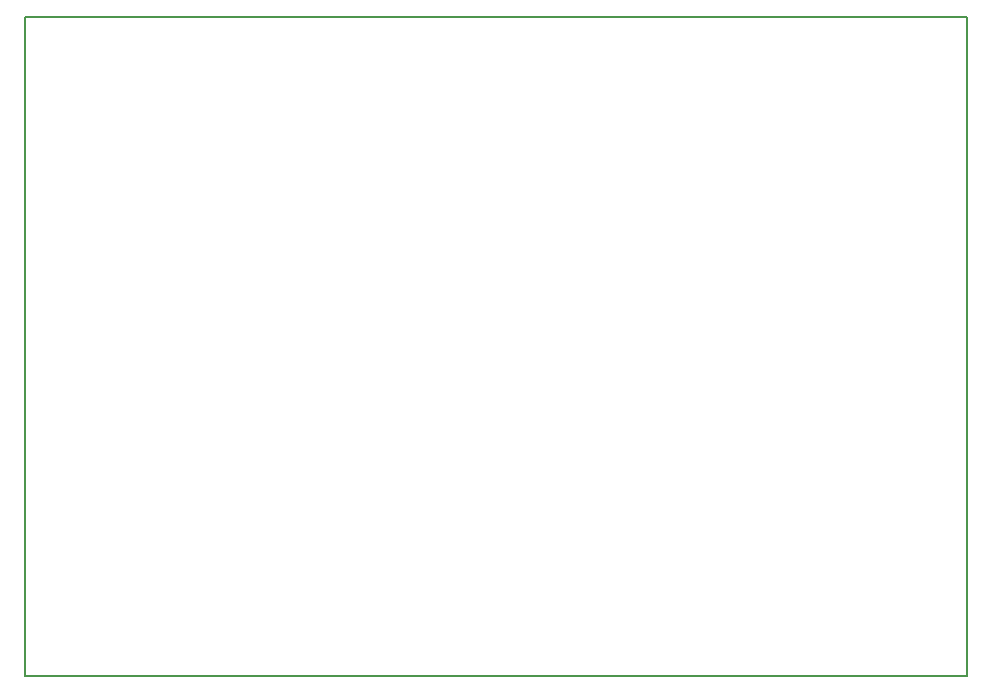
<source format=gm1>
G04 MADE WITH FRITZING*
G04 WWW.FRITZING.ORG*
G04 DOUBLE SIDED*
G04 HOLES PLATED*
G04 CONTOUR ON CENTER OF CONTOUR VECTOR*
%ASAXBY*%
%FSLAX23Y23*%
%MOIN*%
%OFA0B0*%
%SFA1.0B1.0*%
%ADD10R,3.149610X2.204720*%
%ADD11C,0.008000*%
%ADD10C,0.008*%
%LNCONTOUR*%
G90*
G70*
G54D10*
G54D11*
X4Y2201D02*
X3146Y2201D01*
X3146Y4D01*
X4Y4D01*
X4Y2201D01*
D02*
G04 End of contour*
M02*
</source>
